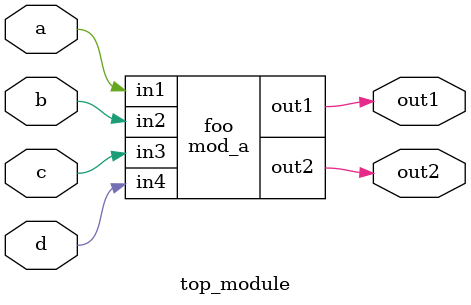
<source format=v>
module mod_a (
    output   out1	,
    output   out2	,
    input    in1	,
    input    in2	,
    input    in3	,
    input    in4
);
    assign out1 = in1 & in2 & in3 & in4;    //这只是一个简单的示例
    assign out2 = in1 | in2 | in3 | in4;    //这只是一个简单的示例
endmodule

module top_module ( 
	input	a	,
    input	b	,
    input	c	,
    input	d	,
    output	out1,
    output	out2
);
	//Write your code here
    mod_a foo(out1, out2, a, b, c, d);
    
endmodule
</source>
